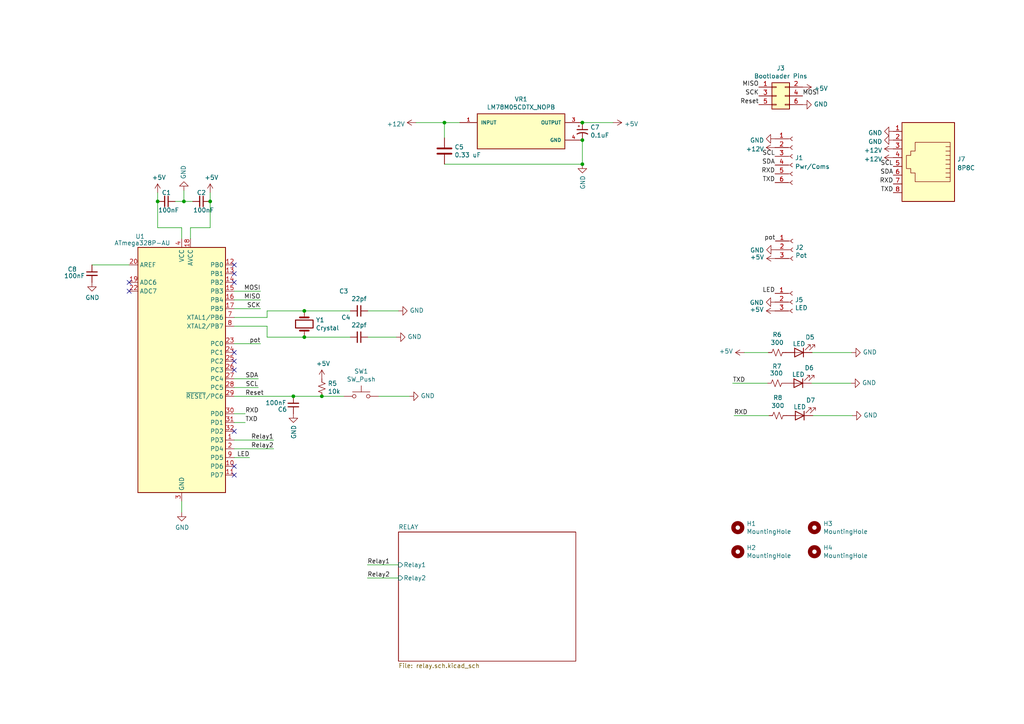
<source format=kicad_sch>
(kicad_sch (version 20211123) (generator eeschema)
  (paper "A4")
  (title_block (title "Dylanduino ATmega328P Linear Actuator Controller") (date "2022-05-30"))
  (lib_symbols
    (symbol "Connector:8P8C" (pin_names (offset 1.016))
      (property "Reference" "J" (at -5.08 13.97 0))
      (property "Value" "8P8C" (at 2.54 13.97 0))
      (symbol "8P8C_0_1"
        (polyline (pts (xy -5.08 4.445) (xy -6.35 4.445)))
        (polyline (pts (xy -5.08 5.715) (xy -6.35 5.715)))
        (polyline (pts (xy -6.35 -3.175) (xy -5.08 -3.175) (xy -5.08 -3.175)))
        (polyline (pts (xy -6.35 -1.905) (xy -5.08 -1.905) (xy -5.08 -1.905)))
        (polyline (pts (xy -6.35 -0.635) (xy -5.08 -0.635) (xy -5.08 -0.635)))
        (polyline (pts (xy -6.35 0.635) (xy -5.08 0.635) (xy -5.08 0.635)))
        (polyline (pts (xy -6.35 1.905) (xy -5.08 1.905) (xy -5.08 1.905)))
        (polyline (pts (xy -5.08 3.175) (xy -6.35 3.175) (xy -6.35 3.175)))
        (polyline (pts (xy -6.35 -4.445) (xy -6.35 6.985) (xy 3.81 6.985) (xy 3.81 4.445) (xy 5.08 4.445) (xy 5.08 3.175) (xy 6.35 3.175) (xy 6.35 -0.635) (xy 5.08 -0.635) (xy 5.08 -1.905) (xy 3.81 -1.905) (xy 3.81 -4.445) (xy -6.35 -4.445) (xy -6.35 -4.445)))
        (rectangle (start 7.62 12.7) (end -7.62 -10.16) (stroke (width 0.254)) (fill (type background)))
      )
      (symbol "8P8C_1_1"
        (pin passive line (at 10.16 -7.62 180) (length 2.54) (name "~") (number "1"))
        (pin passive line (at 10.16 -5.08 180) (length 2.54) (name "~") (number "2"))
        (pin passive line (at 10.16 -2.54 180) (length 2.54) (name "~") (number "3"))
        (pin passive line (at 10.16 0 180) (length 2.54) (name "~") (number "4"))
        (pin passive line (at 10.16 2.54 180) (length 2.54) (name "~") (number "5"))
        (pin passive line (at 10.16 5.08 180) (length 2.54) (name "~") (number "6"))
        (pin passive line (at 10.16 7.62 180) (length 2.54) (name "~") (number "7"))
        (pin passive line (at 10.16 10.16 180) (length 2.54) (name "~") (number "8"))
      )
    )
    (symbol "Connector:Conn_01x03_Female" (pin_names (offset 1.016) hide)
      (property "Reference" "J" (at 0 5.08 0))
      (property "Value" "Conn_01x03_Female" (at 0 -5.08 0))
      (symbol "Conn_01x03_Female_1_1"
        (arc (start 0 -2.032) (mid -0.508 -2.54) (end 0 -3.048) (stroke (width 0.1524)))
        (polyline (pts (xy -1.27 -2.54) (xy -0.508 -2.54)) (stroke (width 0.1524)))
        (polyline (pts (xy -1.27 0) (xy -0.508 0)) (stroke (width 0.1524)))
        (polyline (pts (xy -1.27 2.54) (xy -0.508 2.54)) (stroke (width 0.1524)))
        (arc (start 0 0.508) (mid -0.508 0) (end 0 -0.508) (stroke (width 0.1524)))
        (arc (start 0 3.048) (mid -0.508 2.54) (end 0 2.032) (stroke (width 0.1524)))
        (pin passive line (at -5.08 2.54 0) (length 3.81) (name "Pin_1") (number "1"))
        (pin passive line (at -5.08 0 0) (length 3.81) (name "Pin_2") (number "2"))
        (pin passive line (at -5.08 -2.54 0) (length 3.81) (name "Pin_3") (number "3"))
      )
    )
    (symbol "Connector:Conn_01x06_Female" (pin_names (offset 1.016) hide)
      (property "Reference" "J" (at 0 7.62 0))
      (property "Value" "Conn_01x06_Female" (at 0 -10.16 0))
      (symbol "Conn_01x06_Female_1_1"
        (arc (start 0 -7.112) (mid -0.508 -7.62) (end 0 -8.128) (stroke (width 0.1524)))
        (arc (start 0 -4.572) (mid -0.508 -5.08) (end 0 -5.588) (stroke (width 0.1524)))
        (arc (start 0 -2.032) (mid -0.508 -2.54) (end 0 -3.048) (stroke (width 0.1524)))
        (polyline (pts (xy -1.27 -7.62) (xy -0.508 -7.62)) (stroke (width 0.1524)))
        (polyline (pts (xy -1.27 -5.08) (xy -0.508 -5.08)) (stroke (width 0.1524)))
        (polyline (pts (xy -1.27 -2.54) (xy -0.508 -2.54)) (stroke (width 0.1524)))
        (polyline (pts (xy -1.27 0) (xy -0.508 0)) (stroke (width 0.1524)))
        (polyline (pts (xy -1.27 2.54) (xy -0.508 2.54)) (stroke (width 0.1524)))
        (polyline (pts (xy -1.27 5.08) (xy -0.508 5.08)) (stroke (width 0.1524)))
        (arc (start 0 0.508) (mid -0.508 0) (end 0 -0.508) (stroke (width 0.1524)))
        (arc (start 0 3.048) (mid -0.508 2.54) (end 0 2.032) (stroke (width 0.1524)))
        (arc (start 0 5.588) (mid -0.508 5.08) (end 0 4.572) (stroke (width 0.1524)))
        (pin passive line (at -5.08 5.08 0) (length 3.81) (name "Pin_1") (number "1"))
        (pin passive line (at -5.08 2.54 0) (length 3.81) (name "Pin_2") (number "2"))
        (pin passive line (at -5.08 0 0) (length 3.81) (name "Pin_3") (number "3"))
        (pin passive line (at -5.08 -2.54 0) (length 3.81) (name "Pin_4") (number "4"))
        (pin passive line (at -5.08 -5.08 0) (length 3.81) (name "Pin_5") (number "5"))
        (pin passive line (at -5.08 -7.62 0) (length 3.81) (name "Pin_6") (number "6"))
      )
    )
    (symbol "Connector_Generic:Conn_02x03_Odd_Even" (pin_names (offset 1.016) hide)
      (property "Reference" "J" (at 1.27 5.08 0))
      (property "Value" "Conn_02x03_Odd_Even" (at 1.27 -5.08 0))
      (symbol "Conn_02x03_Odd_Even_1_1"
        (rectangle (start -1.27 -2.413) (end 0 -2.667) (stroke (width 0.1524)))
        (rectangle (start -1.27 0.127) (end 0 -0.127) (stroke (width 0.1524)))
        (rectangle (start -1.27 2.667) (end 0 2.413) (stroke (width 0.1524)))
        (rectangle (start -1.27 3.81) (end 3.81 -3.81) (stroke (width 0.254)) (fill (type background)))
        (rectangle (start 3.81 -2.413) (end 2.54 -2.667) (stroke (width 0.1524)))
        (rectangle (start 3.81 0.127) (end 2.54 -0.127) (stroke (width 0.1524)))
        (rectangle (start 3.81 2.667) (end 2.54 2.413) (stroke (width 0.1524)))
        (pin passive line (at -5.08 2.54 0) (length 3.81) (name "Pin_1") (number "1"))
        (pin passive line (at 7.62 2.54 180) (length 3.81) (name "Pin_2") (number "2"))
        (pin passive line (at -5.08 0 0) (length 3.81) (name "Pin_3") (number "3"))
        (pin passive line (at 7.62 0 180) (length 3.81) (name "Pin_4") (number "4"))
        (pin passive line (at -5.08 -2.54 0) (length 3.81) (name "Pin_5") (number "5"))
        (pin passive line (at 7.62 -2.54 180) (length 3.81) (name "Pin_6") (number "6"))
      )
    )
    (symbol "Device:C" (pin_numbers hide) (pin_names (offset 0.254))
      (property "Reference" "C" (at 0.635 2.54 0))
      (property "Value" "C" (at 0.635 -2.54 0))
      (symbol "C_0_1"
        (polyline (pts (xy -2.032 -0.762) (xy 2.032 -0.762)) (stroke (width 0.508)))
        (polyline (pts (xy -2.032 0.762) (xy 2.032 0.762)) (stroke (width 0.508)))
      )
      (symbol "C_1_1"
        (pin passive line (at 0 3.81 270) (length 2.794) (name "~") (number "1"))
        (pin passive line (at 0 -3.81 90) (length 2.794) (name "~") (number "2"))
      )
    )
    (symbol "Device:CP1_Small" (pin_numbers hide) (pin_names (offset 0.254) hide)
      (property "Reference" "C" (at 0.254 1.778 0))
      (property "Value" "Device_CP1_Small" (at 0.254 -2.032 0))
      (symbol "CP1_Small_0_1"
        (polyline (pts (xy -1.524 0.508) (xy 1.524 0.508)) (stroke (width 0.3048)))
        (polyline (pts (xy -1.27 1.524) (xy -0.762 1.524)))
        (polyline (pts (xy -1.016 1.27) (xy -1.016 1.778)))
        (arc (start 1.524 -0.762) (mid 0 -0.3734) (end -1.524 -0.762) (stroke (width 0.3048)))
      )
      (symbol "CP1_Small_1_1"
        (pin passive line (at 0 2.54 270) (length 2.032) (name "~") (number "1"))
        (pin passive line (at 0 -2.54 90) (length 2.032) (name "~") (number "2"))
      )
    )
    (symbol "Device:C_Small" (pin_numbers hide) (pin_names (offset 0.254) hide)
      (property "Reference" "C" (at 0.254 1.778 0))
      (property "Value" "C_Small" (at 0.254 -2.032 0))
      (symbol "C_Small_0_1"
        (polyline (pts (xy -1.524 -0.508) (xy 1.524 -0.508)) (stroke (width 0.3302)))
        (polyline (pts (xy -1.524 0.508) (xy 1.524 0.508)) (stroke (width 0.3048)))
      )
      (symbol "C_Small_1_1"
        (pin passive line (at 0 2.54 270) (length 2.032) (name "~") (number "1"))
        (pin passive line (at 0 -2.54 90) (length 2.032) (name "~") (number "2"))
      )
    )
    (symbol "Device:Crystal" (pin_numbers hide) (pin_names (offset 1.016) hide)
      (property "Reference" "Y" (at 0 3.81 0))
      (property "Value" "Crystal" (at 0 -3.81 0))
      (symbol "Crystal_0_1"
        (rectangle (start -1.143 2.54) (end 1.143 -2.54) (stroke (width 0.3048)))
        (polyline (pts (xy -2.54 0) (xy -1.905 0)))
        (polyline (pts (xy -1.905 -1.27) (xy -1.905 1.27)) (stroke (width 0.508)))
        (polyline (pts (xy 1.905 -1.27) (xy 1.905 1.27)) (stroke (width 0.508)))
        (polyline (pts (xy 2.54 0) (xy 1.905 0)))
      )
      (symbol "Crystal_1_1"
        (pin passive line (at -3.81 0 0) (length 1.27) (name "1") (number "1"))
        (pin passive line (at 3.81 0 180) (length 1.27) (name "2") (number "2"))
      )
    )
    (symbol "Device:LED" (pin_numbers hide) (pin_names (offset 1.016) hide)
      (property "Reference" "D" (at 0 2.54 0))
      (property "Value" "LED" (at 0 -2.54 0))
      (symbol "LED_0_1"
        (polyline (pts (xy -1.27 -1.27) (xy -1.27 1.27)) (stroke (width 0.254)))
        (polyline (pts (xy -1.27 0) (xy 1.27 0)))
        (polyline (pts (xy 1.27 -1.27) (xy 1.27 1.27) (xy -1.27 0) (xy 1.27 -1.27)) (stroke (width 0.254)))
        (polyline (pts (xy -3.048 -0.762) (xy -4.572 -2.286) (xy -3.81 -2.286) (xy -4.572 -2.286) (xy -4.572 -1.524)))
        (polyline (pts (xy -1.778 -0.762) (xy -3.302 -2.286) (xy -2.54 -2.286) (xy -3.302 -2.286) (xy -3.302 -1.524)))
      )
      (symbol "LED_1_1"
        (pin passive line (at -3.81 0 0) (length 2.54) (name "K") (number "1"))
        (pin passive line (at 3.81 0 180) (length 2.54) (name "A") (number "2"))
      )
    )
    (symbol "Device:R_Small_US" (pin_numbers hide) (pin_names (offset 0.254) hide)
      (property "Reference" "R" (at 0.762 0.508 0))
      (property "Value" "R_Small_US" (at 0.762 -1.016 0))
      (symbol "R_Small_US_1_1"
        (polyline (pts (xy 0 0) (xy 1.016 -0.381) (xy 0 -0.762) (xy -1.016 -1.143) (xy 0 -1.524)))
        (polyline (pts (xy 0 1.524) (xy 1.016 1.143) (xy 0 0.762) (xy -1.016 0.381) (xy 0 0)))
        (pin passive line (at 0 2.54 270) (length 1.016) (name "~") (number "1"))
        (pin passive line (at 0 -2.54 90) (length 1.016) (name "~") (number "2"))
      )
    )
    (symbol "LM78M05CDTX_NOPB:LM78M05CDTX_NOPB" (pin_names (offset 1.016))
      (property "Reference" "VR" (at -12.7 5.842 0))
      (property "Value" "LM78M05CDTX_NOPB_LM78M05CDTX_NOPB" (at -12.7 -5.842 0))
      (symbol "LM78M05CDTX_NOPB_0_0"
        (rectangle (start -12.7 -5.08) (end 12.7 5.08) (stroke (width 0.254)) (fill (type background)))
        (pin input line (at -17.78 2.54 0) (length 5.08) (name "INPUT") (number "1"))
        (pin output line (at 17.78 2.54 180) (length 5.08) (name "OUTPUT") (number "3"))
        (pin power_in line (at 17.78 -2.54 180) (length 5.08) (name "GND") (number "4"))
      )
    )
    (symbol "MCU_Microchip_ATmega:ATmega328P-AU"
      (property "Reference" "U" (at -12.7 36.83 0))
      (property "Value" "MCU_Microchip_ATmega_ATmega328P-AU" (at 2.54 -36.83 0))
      (symbol "ATmega328P-AU_0_1"
        (rectangle (start -12.7 -35.56) (end 12.7 35.56) (stroke (width 0.254)) (fill (type background)))
      )
      (symbol "ATmega328P-AU_1_1"
        (pin bidirectional line (at 15.24 -20.32 180) (length 2.54) (name "PD3") (number "1"))
        (pin bidirectional line (at 15.24 -27.94 180) (length 2.54) (name "PD6") (number "10"))
        (pin bidirectional line (at 15.24 -30.48 180) (length 2.54) (name "PD7") (number "11"))
        (pin bidirectional line (at 15.24 30.48 180) (length 2.54) (name "PB0") (number "12"))
        (pin bidirectional line (at 15.24 27.94 180) (length 2.54) (name "PB1") (number "13"))
        (pin bidirectional line (at 15.24 25.4 180) (length 2.54) (name "PB2") (number "14"))
        (pin bidirectional line (at 15.24 22.86 180) (length 2.54) (name "PB3") (number "15"))
        (pin bidirectional line (at 15.24 20.32 180) (length 2.54) (name "PB4") (number "16"))
        (pin bidirectional line (at 15.24 17.78 180) (length 2.54) (name "PB5") (number "17"))
        (pin power_in line (at 2.54 38.1 270) (length 2.54) (name "AVCC") (number "18"))
        (pin input line (at -15.24 25.4 0) (length 2.54) (name "ADC6") (number "19"))
        (pin bidirectional line (at 15.24 -22.86 180) (length 2.54) (name "PD4") (number "2"))
        (pin passive line (at -15.24 30.48 0) (length 2.54) (name "AREF") (number "20"))
        (pin passive line (at 0 -38.1 90) (length 2.54) hide (name "GND") (number "21"))
        (pin input line (at -15.24 22.86 0) (length 2.54) (name "ADC7") (number "22"))
        (pin bidirectional line (at 15.24 7.62 180) (length 2.54) (name "PC0") (number "23"))
        (pin bidirectional line (at 15.24 5.08 180) (length 2.54) (name "PC1") (number "24"))
        (pin bidirectional line (at 15.24 2.54 180) (length 2.54) (name "PC2") (number "25"))
        (pin bidirectional line (at 15.24 0 180) (length 2.54) (name "PC3") (number "26"))
        (pin bidirectional line (at 15.24 -2.54 180) (length 2.54) (name "PC4") (number "27"))
        (pin bidirectional line (at 15.24 -5.08 180) (length 2.54) (name "PC5") (number "28"))
        (pin bidirectional line (at 15.24 -7.62 180) (length 2.54) (name "~{RESET}/PC6") (number "29"))
        (pin power_in line (at 0 -38.1 90) (length 2.54) (name "GND") (number "3"))
        (pin bidirectional line (at 15.24 -12.7 180) (length 2.54) (name "PD0") (number "30"))
        (pin bidirectional line (at 15.24 -15.24 180) (length 2.54) (name "PD1") (number "31"))
        (pin bidirectional line (at 15.24 -17.78 180) (length 2.54) (name "PD2") (number "32"))
        (pin power_in line (at 0 38.1 270) (length 2.54) (name "VCC") (number "4"))
        (pin passive line (at 0 -38.1 90) (length 2.54) hide (name "GND") (number "5"))
        (pin passive line (at 0 38.1 270) (length 2.54) hide (name "VCC") (number "6"))
        (pin bidirectional line (at 15.24 15.24 180) (length 2.54) (name "XTAL1/PB6") (number "7"))
        (pin bidirectional line (at 15.24 12.7 180) (length 2.54) (name "XTAL2/PB7") (number "8"))
        (pin bidirectional line (at 15.24 -25.4 180) (length 2.54) (name "PD5") (number "9"))
      )
    )
    (symbol "Mechanical:MountingHole" (pin_names (offset 1.016))
      (property "Reference" "H" (at 0 5.08 0))
      (property "Value" "MountingHole" (at 0 3.175 0))
      (symbol "MountingHole_0_1"
        (circle (center 0 0) (radius 1.27) (stroke (width 1.27)))
      )
    )
    (symbol "Switch:SW_Push" (pin_numbers hide) (pin_names (offset 1.016) hide)
      (property "Reference" "SW" (at 1.27 2.54 0))
      (property "Value" "SW_Push" (at 0 -1.524 0))
      (symbol "SW_Push_0_1"
        (circle (center -2.032 0) (radius 0.508))
        (polyline (pts (xy 0 1.27) (xy 0 3.048)))
        (polyline (pts (xy 2.54 1.27) (xy -2.54 1.27)))
        (circle (center 2.032 0) (radius 0.508))
        (pin passive line (at -5.08 0 0) (length 2.54) (name "1") (number "1"))
        (pin passive line (at 5.08 0 180) (length 2.54) (name "2") (number "2"))
      )
    )
    (symbol "power:+12V" (power) (pin_names (offset 0))
      (property "Value" "+12V" (at 0 3.556 0))
      (symbol "+12V_0_1"
        (polyline (pts (xy -0.762 1.27) (xy 0 2.54)))
        (polyline (pts (xy 0 0) (xy 0 2.54)))
        (polyline (pts (xy 0 2.54) (xy 0.762 1.27)))
      )
      (symbol "+12V_1_1"
        (pin power_in line (at 0 0 90) (length 0) hide (name "+12V") (number "1"))
      )
    )
    (symbol "power:+5V" (power) (pin_names (offset 0))
      (property "Value" "+5V" (at 0 3.556 0))
      (symbol "+5V_0_1"
        (polyline (pts (xy -0.762 1.27) (xy 0 2.54)))
        (polyline (pts (xy 0 0) (xy 0 2.54)))
        (polyline (pts (xy 0 2.54) (xy 0.762 1.27)))
      )
      (symbol "+5V_1_1"
        (pin power_in line (at 0 0 90) (length 0) hide (name "+5V") (number "1"))
      )
    )
    (symbol "power:GND" (power) (pin_names (offset 0))
      (property "Value" "GND" (at 0 -3.81 0))
      (symbol "GND_0_1"
        (polyline (pts (xy 0 0) (xy 0 -1.27) (xy 1.27 -1.27) (xy 0 -2.54) (xy -1.27 -1.27) (xy 0 -1.27)))
      )
      (symbol "GND_1_1"
        (pin power_in line (at 0 0 270) (length 0) hide (name "GND") (number "1"))
      )
    )
  )
  (junction (at 60.96 58.42))
  (junction (at 53.34 58.42))
  (junction (at 168.91 47.625))
  (junction (at 88.265 90.17))
  (junction (at 168.91 35.56))
  (junction (at 168.91 40.64))
  (junction (at 93.345 114.935))
  (junction (at 85.09 114.935))
  (junction (at 88.265 97.79))
  (junction (at 45.72 58.42))
  (junction (at 128.905 35.56))
  (no_connect (at 37.465 84.455))
  (no_connect (at 67.945 107.315))
  (no_connect (at 67.945 125.095))
  (no_connect (at 67.945 79.375))
  (no_connect (at 67.945 102.235))
  (no_connect (at 67.945 104.775))
  (no_connect (at 67.945 76.835))
  (no_connect (at 37.465 81.915))
  (no_connect (at 67.945 135.255))
  (no_connect (at 67.945 137.795))
  (no_connect (at 67.945 81.915))
  (wire (pts (xy 74.93 112.395) (xy 67.945 112.395)))
  (wire (pts (xy 45.72 55.88) (xy 45.72 58.42)))
  (wire (pts (xy 128.905 35.56) (xy 133.35 35.56)))
  (wire (pts (xy 106.553 163.83) (xy 115.57 163.83)))
  (wire (pts (xy 128.905 40.005) (xy 128.905 35.56)))
  (wire (pts (xy 106.553 167.64) (xy 115.57 167.64)))
  (wire (pts (xy 115.57 90.17) (xy 106.68 90.17)))
  (wire (pts (xy 60.96 58.42) (xy 60.96 66.04)))
  (wire (pts (xy 215.8746 102.2604) (xy 222.8596 102.2604)))
  (wire (pts (xy 168.91 40.64) (xy 168.91 47.625)))
  (wire (pts (xy 53.34 55.245) (xy 53.34 58.42)))
  (wire (pts (xy 99.695 114.935) (xy 93.345 114.935)))
  (wire (pts (xy 88.265 90.17) (xy 101.6 90.17)))
  (wire (pts (xy 72.39 132.715) (xy 67.945 132.715)))
  (wire (pts (xy 53.34 58.42) (xy 55.88 58.42)))
  (wire (pts (xy 67.945 94.615) (xy 77.47 94.615)))
  (wire (pts (xy 235.7628 120.5484) (xy 247.1928 120.5484)))
  (wire (pts (xy 45.72 66.04) (xy 52.705 66.04)))
  (wire (pts (xy 67.945 114.935) (xy 85.09 114.935)))
  (wire (pts (xy 52.705 66.04) (xy 52.705 69.215)))
  (wire (pts (xy 67.945 99.695) (xy 75.565 99.695)))
  (wire (pts (xy 235.3564 111.1504) (xy 246.7864 111.1504)))
  (wire (pts (xy 52.705 148.59) (xy 52.705 145.415)))
  (wire (pts (xy 88.265 97.79) (xy 101.6 97.79)))
  (wire (pts (xy 235.5596 102.2604) (xy 246.9896 102.2604)))
  (wire (pts (xy 26.67 76.835) (xy 37.465 76.835)))
  (wire (pts (xy 67.945 92.075) (xy 77.47 92.075)))
  (wire (pts (xy 71.12 120.015) (xy 67.945 120.015)))
  (wire (pts (xy 77.47 94.615) (xy 77.47 97.79)))
  (wire (pts (xy 212.4964 111.1504) (xy 222.6564 111.1504)))
  (wire (pts (xy 67.945 109.855) (xy 74.93 109.855)))
  (wire (pts (xy 120.65 35.56) (xy 128.905 35.56)))
  (wire (pts (xy 114.935 97.79) (xy 106.68 97.79)))
  (wire (pts (xy 77.47 90.17) (xy 88.265 90.17)))
  (wire (pts (xy 109.855 114.935) (xy 118.745 114.935)))
  (wire (pts (xy 67.945 122.555) (xy 71.12 122.555)))
  (wire (pts (xy 75.565 84.455) (xy 67.945 84.455)))
  (wire (pts (xy 67.945 86.995) (xy 75.565 86.995)))
  (wire (pts (xy 168.91 35.56) (xy 177.8 35.56)))
  (wire (pts (xy 77.47 97.79) (xy 88.265 97.79)))
  (wire (pts (xy 85.09 114.935) (xy 93.345 114.935)))
  (wire (pts (xy 212.9028 120.5484) (xy 223.0628 120.5484)))
  (wire (pts (xy 55.245 66.04) (xy 60.96 66.04)))
  (wire (pts (xy 67.945 130.175) (xy 79.375 130.175)))
  (wire (pts (xy 50.8 58.42) (xy 53.34 58.42)))
  (wire (pts (xy 75.565 89.535) (xy 67.945 89.535)))
  (wire (pts (xy 55.245 69.215) (xy 55.245 66.04)))
  (wire (pts (xy 77.47 92.075) (xy 77.47 90.17)))
  (wire (pts (xy 67.945 127.635) (xy 79.375 127.635)))
  (wire (pts (xy 45.72 58.42) (xy 45.72 66.04)))
  (wire (pts (xy 60.96 55.88) (xy 60.96 58.42)))
  (wire (pts (xy 128.905 47.625) (xy 168.91 47.625)))
  (label "Reset" (at 220.091 30.353 180))
  (label "SCL" (at 259.08 48.26 180))
  (label "SDA" (at 224.79 47.879 180))
  (label "TXD" (at 71.12 122.555 0))
  (label "MOSI" (at 75.565 84.455 180))
  (label "Relay2" (at 79.375 130.175 180))
  (label "Reset" (at 71.12 114.935 0))
  (label "MOSI" (at 232.791 27.813 0))
  (label "TXD" (at 212.4964 111.1504 0))
  (label "RXD" (at 71.12 120.015 0))
  (label "Relay1" (at 106.553 163.83 0))
  (label "LED" (at 72.39 132.715 180))
  (label "TXD" (at 224.79 52.959 180))
  (label "pot" (at 224.8916 69.9008 180))
  (label "MISO" (at 220.091 25.273 180))
  (label "RXD" (at 259.08 53.34 180))
  (label "RXD" (at 212.9028 120.5484 0))
  (label "TXD" (at 259.08 55.88 180))
  (label "Relay1" (at 79.375 127.635 180))
  (label "Relay2" (at 106.553 167.64 0))
  (label "SCL" (at 74.93 112.395 180))
  (label "SDA" (at 259.08 50.8 180))
  (label "SCK" (at 220.091 27.813 180))
  (label "LED" (at 224.79 85.09 180))
  (label "SCK" (at 75.565 89.535 180))
  (label "MISO" (at 75.565 86.995 180))
  (label "SCL" (at 224.79 45.339 180))
  (label "pot" (at 75.565 99.695 180))
  (label "RXD" (at 224.79 50.419 180))
  (label "SDA" (at 74.93 109.855 180))
  (symbol (lib_id "MCU_Microchip_ATmega:ATmega328P-AU") (at 52.705 107.315 0) (unit 1)
    (property "Reference" "U1" (at 40.64 68.58 0))
    (property "Value" "ATmega328P-AU" (at 41.275 70.485 0))
    (property "Footprint" "Package_QFP:TQFP-32_7x7mm_P0.8mm" (effects hide))
    (property "Datasheet" "http://ww1.microchip.com/downloads/en/DeviceDoc/ATmega328_P%20AVR%20MCU%20with%20picoPower%20Technology%20Data%20Sheet%2040001984A.pdf" (effects hide))
  )
  (symbol (lib_id "Switch:SW_Push") (at 104.775 114.935 0) (unit 1)
    (property "Reference" "SW1" (at 104.775 107.696 0))
    (property "Value" "SW_Push" (at 104.775 110.0074 0))
    (property "Footprint" "dylan:PTS636SK25SMTRLFS" (effects hide))
  )
  (symbol (lib_id "Device:R_Small_US") (at 93.345 112.395 0) (unit 1)
    (property "Reference" "R5" (at 95.0722 111.2266 0) (effects (justify left)))
    (property "Value" "10k" (at 95.0722 113.538 0) (effects (justify left)))
    (property "Footprint" "Resistor_SMD:R_0805_2012Metric" (effects hide))
  )
  (symbol (lib_id "power:+5V") (at 93.345 109.855 0) (unit 1)
    (property "Reference" "#PWR0101" (effects hide))
    (property "Value" "+5V" (at 93.726 105.4608 0))
  )
  (symbol (lib_id "power:GND") (at 118.745 114.935 90) (unit 1)
    (property "Reference" "#PWR0102" (effects hide))
    (property "Value" "GND" (at 121.9962 114.808 90) (effects (justify right)))
  )
  (symbol (lib_id "power:GND") (at 52.705 148.59 0) (unit 1)
    (property "Reference" "#PWR0103" (effects hide))
    (property "Value" "GND" (at 52.832 152.9842 0))
  )
  (symbol (lib_id "Device:Crystal") (at 88.265 93.98 270) (unit 1)
    (property "Reference" "Y1" (at 91.5924 92.8116 90) (effects (justify left)))
    (property "Value" "Crystal" (at 91.5924 95.123 90) (effects (justify left)))
    (property "Footprint" "dylan:XTAL_ECS-160-20-5PXDN-TR" (effects hide))
  )
  (symbol (lib_id "Device:C_Small") (at 104.14 90.17 270) (unit 1)
    (property "Reference" "C3" (at 99.695 84.455 90))
    (property "Value" "22pf" (at 104.14 86.6648 90))
    (property "Footprint" "Capacitor_SMD:C_0603_1608Metric" (effects hide))
  )
  (symbol (lib_id "Device:C_Small") (at 104.14 97.79 270) (unit 1)
    (property "Reference" "C4" (at 100.33 92.075 90))
    (property "Value" "22pf" (at 104.14 94.2848 90))
    (property "Footprint" "Capacitor_SMD:C_0603_1608Metric" (effects hide))
  )
  (symbol (lib_id "power:GND") (at 114.935 97.79 90) (unit 1)
    (property "Reference" "#PWR0104" (effects hide))
    (property "Value" "GND" (at 118.1862 97.663 90) (effects (justify right)))
  )
  (symbol (lib_id "power:GND") (at 115.57 90.17 90) (unit 1)
    (property "Reference" "#PWR0105" (effects hide))
    (property "Value" "GND" (at 118.8212 90.043 90) (effects (justify right)))
  )
  (symbol (lib_id "power:+5V") (at 45.72 55.88 0) (unit 1)
    (property "Reference" "#PWR0106" (effects hide))
    (property "Value" "+5V" (at 46.101 51.4858 0))
  )
  (symbol (lib_id "Connector:Conn_01x03_Female") (at 229.87 87.63 0) (unit 1)
    (property "Reference" "J5" (at 230.5812 86.9696 0) (effects (justify left)))
    (property "Value" "LED" (at 230.5812 89.281 0) (effects (justify left)))
    (property "Footprint" "Connector_PinHeader_2.54mm:PinHeader_1x03_P2.54mm_Vertical" (effects hide))
  )
  (symbol (lib_id "power:+5V") (at 224.79 90.17 90) (unit 1)
    (property "Reference" "#PWR0120" (effects hide))
    (property "Value" "+5V" (at 221.5388 89.789 90) (effects (justify left)))
  )
  (symbol (lib_id "power:GND") (at 224.79 87.63 270) (unit 1)
    (property "Reference" "#PWR0121" (effects hide))
    (property "Value" "GND" (at 221.5388 87.757 90) (effects (justify right)))
  )
  (symbol (lib_id "power:GND") (at 246.9896 102.2604 90) (unit 1)
    (property "Reference" "#PWR0122" (effects hide))
    (property "Value" "GND" (at 250.2408 102.1334 90) (effects (justify right)))
  )
  (symbol (lib_id "Device:R_Small_US") (at 225.3996 102.2604 270) (unit 1)
    (property "Reference" "R6" (at 225.3996 97.0534 90))
    (property "Value" "300" (at 225.3996 99.3648 90))
    (property "Footprint" "Resistor_SMD:R_0603_1608Metric" (effects hide))
  )
  (symbol (lib_id "Device:LED") (at 231.7496 102.2604 180) (unit 1)
    (property "Reference" "D5" (at 234.9246 97.8154 0))
    (property "Value" "LED" (at 231.7496 99.7204 0))
    (property "Footprint" "LED_SMD:LED_0402_1005Metric" (effects hide))
  )
  (symbol (lib_id "power:+5V") (at 215.8746 102.2604 90) (unit 1)
    (property "Reference" "#PWR0123" (effects hide))
    (property "Value" "+5V" (at 212.6234 101.8794 90) (effects (justify left)))
  )
  (symbol (lib_id "power:+5V") (at 232.791 25.273 270) (unit 1)
    (property "Reference" "#PWR0115" (effects hide))
    (property "Value" "+5V" (at 236.0422 25.654 90) (effects (justify left)))
  )
  (symbol (lib_id "power:GND") (at 232.791 30.353 90) (unit 1)
    (property "Reference" "#PWR0116" (effects hide))
    (property "Value" "GND" (at 236.0422 30.226 90) (effects (justify right)))
  )
  (symbol (lib_id "LM78M05CDTX_NOPB:LM78M05CDTX_NOPB") (at 151.13 38.1 0) (unit 1)
    (property "Reference" "VR1" (at 151.13 28.7782 0))
    (property "Value" "LM78M05CDTX_NOPB" (at 151.13 31.0896 0))
    (property "Footprint" "dylan:TO228P991X255-3N" (effects hide))
    (property "SNAPEDA_PACKAGE_ID" "102662" (effects hide))
    (property "STANDARD" "IPC-7351B" (effects hide))
    (property "PARTREV" "G" (effects hide))
    (property "MANUFACTURER" "Texas Instruments" (effects hide))
    (property "MAXIMUM_PACKAGE_HEIGHT" "2.55mm" (effects hide))
  )
  (symbol (lib_id "power:GND") (at 246.7864 111.1504 90) (unit 1)
    (property "Reference" "#PWR0124" (effects hide))
    (property "Value" "GND" (at 250.0376 111.0234 90) (effects (justify right)))
  )
  (symbol (lib_id "Device:R_Small_US") (at 225.1964 111.1504 270) (unit 1)
    (property "Reference" "R7" (at 225.3488 106.2736 90))
    (property "Value" "300" (at 225.1964 108.2548 90))
    (property "Footprint" "Resistor_SMD:R_0603_1608Metric" (effects hide))
  )
  (symbol (lib_id "Device:LED") (at 231.5464 111.1504 180) (unit 1)
    (property "Reference" "D6" (at 234.7214 106.7054 0))
    (property "Value" "LED" (at 231.5464 108.6104 0))
    (property "Footprint" "LED_SMD:LED_0402_1005Metric" (effects hide))
  )
  (symbol (lib_id "power:GND") (at 247.1928 120.5484 90) (unit 1)
    (property "Reference" "#PWR0125" (effects hide))
    (property "Value" "GND" (at 250.444 120.4214 90) (effects (justify right)))
  )
  (symbol (lib_id "Device:R_Small_US") (at 225.6028 120.5484 270) (unit 1)
    (property "Reference" "R8" (at 225.6028 115.3414 90))
    (property "Value" "300" (at 225.6028 117.6528 90))
    (property "Footprint" "Resistor_SMD:R_0603_1608Metric" (effects hide))
  )
  (symbol (lib_id "Device:LED") (at 231.9528 120.5484 180) (unit 1)
    (property "Reference" "D7" (at 235.1278 116.1034 0))
    (property "Value" "LED" (at 231.9528 118.0084 0))
    (property "Footprint" "LED_SMD:LED_0402_1005Metric" (effects hide))
  )
  (symbol (lib_id "power:GND") (at 168.91 47.625 0) (unit 1)
    (property "Reference" "#PWR0118" (effects hide))
    (property "Value" "GND" (at 169.037 50.8762 90) (effects (justify right)))
  )
  (symbol (lib_id "power:+5V") (at 177.8 35.56 270) (unit 1)
    (property "Reference" "#PWR0119" (effects hide))
    (property "Value" "+5V" (at 181.0512 35.941 90) (effects (justify left)))
  )
  (symbol (lib_id "Device:CP1_Small") (at 168.91 38.1 0) (unit 1)
    (property "Reference" "C7" (at 171.2214 36.9316 0) (effects (justify left)))
    (property "Value" "0.1uF" (at 171.2214 39.243 0) (effects (justify left)))
    (property "Footprint" "Capacitor_SMD:C_0603_1608Metric" (effects hide))
  )
  (symbol (lib_id "Device:C") (at 128.905 43.815 0) (unit 1)
    (property "Reference" "C5" (at 131.826 42.6466 0) (effects (justify left)))
    (property "Value" "0.33 uF" (at 131.826 44.958 0) (effects (justify left)))
    (property "Footprint" "Capacitor_SMD:C_0603_1608Metric" (effects hide))
  )
  (symbol (lib_id "power:+5V") (at 60.96 55.88 0) (unit 1)
    (property "Reference" "#PWR0126" (effects hide))
    (property "Value" "+5V" (at 61.341 51.4858 0))
  )
  (symbol (lib_id "Device:C_Small") (at 85.09 117.475 180) (unit 1)
    (property "Reference" "C6" (at 81.915 118.745 0))
    (property "Value" "100nF" (at 80.01 116.84 0))
    (property "Footprint" "Capacitor_SMD:C_0603_1608Metric" (effects hide))
  )
  (symbol (lib_id "Connector_Generic:Conn_02x03_Odd_Even") (at 225.171 27.813 0) (unit 1)
    (property "Reference" "J3" (at 226.441 19.7612 0))
    (property "Value" "Bootloader Pins" (at 226.441 22.0726 0))
    (property "Footprint" "Connector_PinHeader_2.54mm:PinHeader_2x03_P2.54mm_Vertical" (effects hide))
  )
  (symbol (lib_id "Mechanical:MountingHole") (at 213.995 153.035 0) (unit 1)
    (property "Reference" "H1" (at 216.535 151.8666 0) (effects (justify left)))
    (property "Value" "MountingHole" (at 216.535 154.178 0) (effects (justify left)))
    (property "Footprint" "MountingHole:MountingHole_2.2mm_M2" (effects hide))
  )
  (symbol (lib_id "Mechanical:MountingHole") (at 213.995 160.02 0) (unit 1)
    (property "Reference" "H2" (at 216.535 158.8516 0) (effects (justify left)))
    (property "Value" "MountingHole" (at 216.535 161.163 0) (effects (justify left)))
    (property "Footprint" "MountingHole:MountingHole_2.2mm_M2" (effects hide))
  )
  (symbol (lib_id "Mechanical:MountingHole") (at 236.22 160.02 0) (unit 1)
    (property "Reference" "H4" (at 238.76 158.8516 0) (effects (justify left)))
    (property "Value" "MountingHole" (at 238.76 161.163 0) (effects (justify left)))
    (property "Footprint" "MountingHole:MountingHole_2.2mm_M2" (effects hide))
  )
  (symbol (lib_id "Mechanical:MountingHole") (at 236.22 153.035 0) (unit 1)
    (property "Reference" "H3" (at 238.76 151.8666 0) (effects (justify left)))
    (property "Value" "MountingHole" (at 238.76 154.178 0) (effects (justify left)))
    (property "Footprint" "MountingHole:MountingHole_2.2mm_M2" (effects hide))
  )
  (symbol (lib_id "power:GND") (at 53.34 55.245 180) (unit 1)
    (property "Reference" "#PWR01" (effects hide))
    (property "Value" "GND" (at 53.213 51.9938 90) (effects (justify right)))
  )
  (symbol (lib_id "power:GND") (at 85.09 120.015 0) (unit 1)
    (property "Reference" "#PWR02" (effects hide))
    (property "Value" "GND" (at 85.217 123.2662 90) (effects (justify right)))
  )
  (symbol (lib_id "power:GND") (at 224.8916 72.4408 270) (unit 1)
    (property "Reference" "#PWR0113" (effects hide))
    (property "Value" "GND" (at 221.6404 72.5678 90) (effects (justify right)))
  )
  (symbol (lib_id "power:+5V") (at 224.8916 74.9808 90) (unit 1)
    (property "Reference" "#PWR0112" (effects hide))
    (property "Value" "+5V" (at 221.6404 74.5998 90) (effects (justify left)))
  )
  (symbol (lib_id "Device:C_Small") (at 48.26 58.42 270) (unit 1)
    (property "Reference" "C1" (at 48.26 55.88 90))
    (property "Value" "100nF" (at 48.895 60.96 90))
    (property "Footprint" "Capacitor_SMD:C_0603_1608Metric" (effects hide))
  )
  (symbol (lib_id "power:+12V") (at 224.79 42.799 90) (unit 1)
    (property "Reference" "#PWR0109" (effects hide))
    (property "Value" "+12V" (at 221.615 43.2328 90) (effects (justify left)))
  )
  (symbol (lib_id "power:GND") (at 259.08 40.64 270) (unit 1)
    (property "Reference" "#PWR0133" (effects hide))
    (property "Value" "GND" (at 255.9051 41.0738 90) (effects (justify right)))
  )
  (symbol (lib_id "power:+12V") (at 120.65 35.56 90) (unit 1)
    (property "Reference" "#PWR0107" (effects hide))
    (property "Value" "+12V" (at 117.475 35.9938 90) (effects (justify left)))
  )
  (symbol (lib_id "Device:C_Small") (at 26.67 79.375 0) (unit 1)
    (property "Reference" "C8" (at 20.955 78.105 0))
    (property "Value" "100nF" (at 21.59 80.01 0))
    (property "Footprint" "Capacitor_SMD:C_0603_1608Metric" (effects hide))
  )
  (symbol (lib_id "power:GND") (at 259.08 38.1 270) (unit 1)
    (property "Reference" "#PWR0128" (effects hide))
    (property "Value" "GND" (at 255.9051 38.5338 90) (effects (justify right)))
  )
  (symbol (lib_id "power:GND") (at 224.79 40.259 270) (unit 1)
    (property "Reference" "#PWR0110" (effects hide))
    (property "Value" "GND" (at 221.6151 40.6928 90) (effects (justify right)))
  )
  (symbol (lib_id "Connector:8P8C") (at 269.24 45.72 180) (unit 1)
    (property "Reference" "J7" (at 277.622 46.1553 0) (effects (justify right)))
    (property "Value" "8P8C" (at 277.622 48.6922 0) (effects (justify right)))
    (property "Footprint" "Connector_RJ:RJ45_Ninigi_GE" (effects hide))
  )
  (symbol (lib_id "power:GND") (at 26.67 81.915 0) (unit 1)
    (property "Reference" "#PWR03" (effects hide))
    (property "Value" "GND" (at 26.797 86.3092 0))
  )
  (symbol (lib_id "Connector:Conn_01x03_Female") (at 229.9716 72.4408 0) (unit 1)
    (property "Reference" "J2" (at 230.6828 71.7804 0) (effects (justify left)))
    (property "Value" "Pot" (at 230.6828 74.0918 0) (effects (justify left)))
    (property "Footprint" "Connector_PinHeader_2.54mm:PinHeader_1x03_P2.54mm_Vertical" (effects hide))
  )
  (symbol (lib_id "power:+12V") (at 259.08 43.18 90) (unit 1)
    (property "Reference" "#PWR0134" (effects hide))
    (property "Value" "+12V" (at 255.905 43.6138 90) (effects (justify left)))
  )
  (symbol (lib_id "Connector:Conn_01x06_Female") (at 229.87 45.339 0) (unit 1)
    (property "Reference" "J1" (at 230.5812 45.7743 0) (effects (justify left)))
    (property "Value" "Pwr/Coms" (at 230.5812 48.3112 0) (effects (justify left)))
    (property "Footprint" "Connector_PinHeader_2.54mm:PinHeader_1x06_P2.54mm_Vertical" (effects hide))
  )
  (symbol (lib_id "power:+12V") (at 259.08 45.72 90) (unit 1)
    (property "Reference" "#PWR0127" (effects hide))
    (property "Value" "+12V" (at 255.905 46.1538 90) (effects (justify left)))
  )
  (symbol (lib_id "Device:C_Small") (at 58.42 58.42 270) (unit 1)
    (property "Reference" "C2" (at 58.42 55.88 90))
    (property "Value" "100nF" (at 59.055 60.96 90))
    (property "Footprint" "Capacitor_SMD:C_0603_1608Metric" (effects hide))
  )
  (sheet (at 115.57 154.305) (size 51.435 37.465) (stroke (width 0.1524))
    (property "Sheet name" "RELAY" (at 115.57 153.5934 0) (effects (justify left bottom)))
    (property "Sheet file" "relay.sch.kicad_sch" (at 115.57 192.3546 0) (effects (justify left top)))
    (pin "Relay2" input (at 115.57 167.64 180))
    (pin "Relay1" input (at 115.57 163.83 180))
  )
)
</source>
